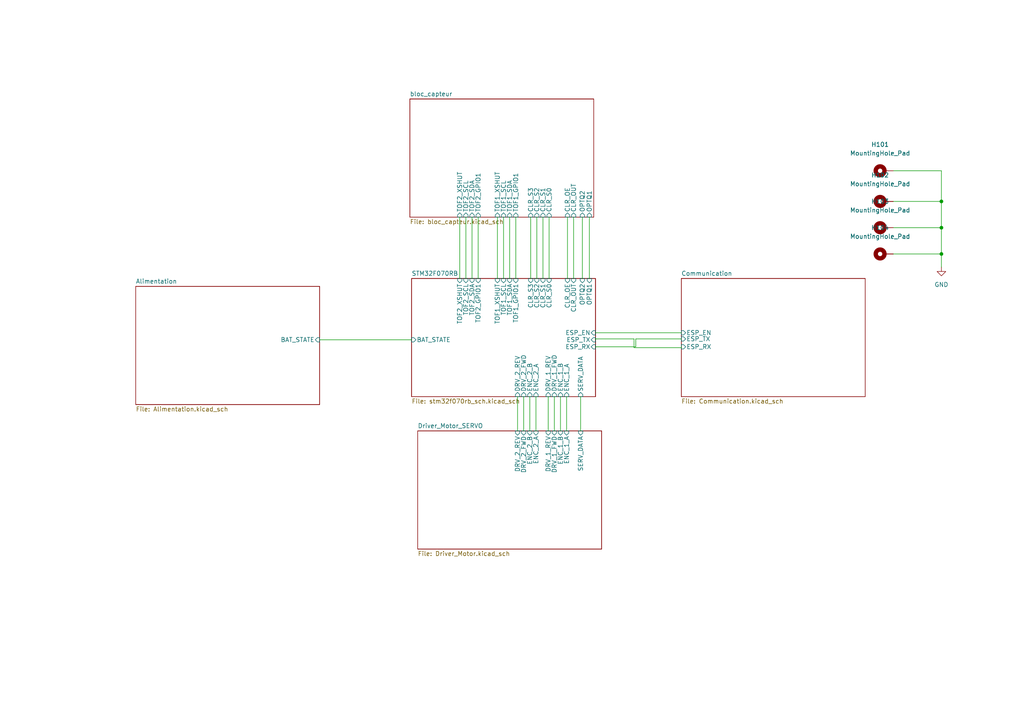
<source format=kicad_sch>
(kicad_sch (version 20211123) (generator eeschema)
  (paper "A4")
  (title_block (title "Projet Robot") (rev "1.0") (company "ENSEA"))
  (lib_symbols
    (symbol "Mechanical:MountingHole_Pad" (pin_numbers hide) (pin_names (offset 1.016) hide)
      (property "Reference" "H" (at 0 6.35 0))
      (property "Value" "MountingHole_Pad" (at 0 4.445 0))
      (symbol "MountingHole_Pad_0_1"
        (circle (center 0 1.27) (radius 1.27) (stroke (width 1.27)))
      )
      (symbol "MountingHole_Pad_1_1"
        (pin input line (at 0 -2.54 90) (length 2.54) (name "1") (number "1"))
      )
    )
    (symbol "power:GND" (power) (pin_names (offset 0))
      (property "Value" "GND" (at 0 -3.81 0))
      (symbol "GND_0_1"
        (polyline (pts (xy 0 0) (xy 0 -1.27) (xy 1.27 -1.27) (xy 0 -2.54) (xy -1.27 -1.27) (xy 0 -1.27)))
      )
      (symbol "GND_1_1"
        (pin power_in line (at 0 0 270) (length 0) hide (name "GND") (number "1"))
      )
    )
  )
  (junction (at 273.05 58.42))
  (junction (at 273.05 73.66))
  (junction (at 273.05 66.04))
  (wire (pts (xy 166.37 62.992) (xy 166.37 80.772)))
  (wire (pts (xy 172.72 96.52) (xy 197.612 96.52)))
  (wire (pts (xy 168.91 62.992) (xy 168.91 80.772)))
  (wire (pts (xy 184.404 98.298) (xy 197.612 98.298)))
  (wire (pts (xy 92.71 98.552) (xy 119.38 98.552)))
  (wire (pts (xy 259.08 49.53) (xy 273.05 49.53)))
  (wire (pts (xy 273.05 73.66) (xy 273.05 77.47)))
  (wire (pts (xy 170.942 62.992) (xy 170.942 80.772)))
  (wire (pts (xy 147.828 62.992) (xy 147.828 80.772)))
  (wire (pts (xy 273.05 58.42) (xy 273.05 66.04)))
  (wire (pts (xy 273.05 66.04) (xy 273.05 73.66)))
  (wire (pts (xy 164.338 115.062) (xy 164.338 124.968)))
  (wire (pts (xy 153.924 62.992) (xy 153.924 80.772)))
  (wire (pts (xy 160.782 115.062) (xy 160.782 124.968)))
  (wire (pts (xy 183.896 100.838) (xy 197.612 100.838)))
  (wire (pts (xy 273.05 49.53) (xy 273.05 58.42)))
  (wire (pts (xy 197.612 100.838) (xy 197.612 100.584)))
  (wire (pts (xy 153.67 115.062) (xy 153.67 124.968)))
  (wire (pts (xy 183.896 98.298) (xy 183.896 100.838)))
  (wire (pts (xy 172.72 98.298) (xy 183.896 98.298)))
  (wire (pts (xy 162.56 115.062) (xy 162.56 124.968)))
  (wire (pts (xy 136.906 62.992) (xy 136.906 80.772)))
  (wire (pts (xy 151.892 115.062) (xy 151.892 124.968)))
  (wire (pts (xy 146.05 62.992) (xy 146.05 80.772)))
  (wire (pts (xy 164.592 62.992) (xy 164.592 80.772)))
  (wire (pts (xy 155.448 115.062) (xy 155.448 124.968)))
  (wire (pts (xy 259.08 66.04) (xy 273.05 66.04)))
  (wire (pts (xy 150.114 115.062) (xy 150.114 124.968)))
  (wire (pts (xy 138.684 62.992) (xy 138.684 80.772)))
  (wire (pts (xy 172.72 98.298) (xy 172.72 98.552)))
  (wire (pts (xy 172.72 100.584) (xy 184.404 100.584)))
  (wire (pts (xy 155.702 62.992) (xy 155.702 80.772)))
  (wire (pts (xy 259.08 58.42) (xy 273.05 58.42)))
  (wire (pts (xy 157.48 62.992) (xy 157.48 80.772)))
  (wire (pts (xy 159.004 115.062) (xy 159.004 124.968)))
  (wire (pts (xy 133.35 62.992) (xy 133.35 80.772)))
  (wire (pts (xy 259.08 73.66) (xy 273.05 73.66)))
  (wire (pts (xy 144.272 62.992) (xy 144.272 80.772)))
  (wire (pts (xy 168.402 115.062) (xy 168.402 124.968)))
  (wire (pts (xy 159.258 62.992) (xy 159.258 80.772)))
  (wire (pts (xy 135.128 62.992) (xy 135.128 80.772)))
  (wire (pts (xy 149.606 62.992) (xy 149.606 80.772)))
  (wire (pts (xy 184.404 100.584) (xy 184.404 98.298)))
  (symbol (lib_id "power:GND") (at 273.05 77.47 0) (unit 1)
    (property "Reference" "#PWR0101" (effects hide))
    (property "Value" "GND" (at 273.05 82.55 0))
  )
  (symbol (lib_id "Mechanical:MountingHole_Pad") (at 256.54 49.53 90) (unit 1)
    (property "Reference" "H101" (at 255.27 41.91 90))
    (property "Value" "MountingHole_Pad" (at 255.27 44.45 90))
    (property "Footprint" "MountingHole:MountingHole_3.2mm_M3_Pad_Via" (effects hide))
  )
  (symbol (lib_id "Mechanical:MountingHole_Pad") (at 256.54 66.04 90) (unit 1)
    (property "Reference" "H103" (at 255.27 58.42 90))
    (property "Value" "MountingHole_Pad" (at 255.27 60.96 90))
    (property "Footprint" "MountingHole:MountingHole_3.2mm_M3_Pad_Via" (effects hide))
  )
  (symbol (lib_id "Mechanical:MountingHole_Pad") (at 256.54 73.66 90) (unit 1)
    (property "Reference" "H104" (at 255.27 66.04 90))
    (property "Value" "MountingHole_Pad" (at 255.27 68.58 90))
    (property "Footprint" "MountingHole:MountingHole_3.2mm_M3_Pad_Via" (effects hide))
  )
  (symbol (lib_id "Mechanical:MountingHole_Pad") (at 256.54 58.42 90) (unit 1)
    (property "Reference" "H102" (at 255.27 50.8 90))
    (property "Value" "MountingHole_Pad" (at 255.27 53.34 90))
    (property "Footprint" "MountingHole:MountingHole_3.2mm_M3_Pad_Via" (effects hide))
  )
  (sheet (at 119.38 80.772) (size 53.34 34.29) (stroke (width 0.1524))
    (property "Sheet name" "STM32F070RB" (at 119.38 80.0604 0) (effects (justify left bottom)))
    (property "Sheet file" "stm32f070rb_sch.kicad_sch" (at 119.38 115.6466 0) (effects (justify left top)))
    (pin "SERV_DATA" input (at 168.402 115.062 270))
    (pin "OPTQ1" input (at 170.942 80.772 90))
    (pin "CLR_S3" input (at 153.924 80.772 90))
    (pin "CLR_OE" input (at 164.592 80.772 90))
    (pin "ENC_2_B" input (at 153.67 115.062 270))
    (pin "ENC_2_A" input (at 155.448 115.062 270))
    (pin "TOF1_GPIO1" input (at 149.606 80.772 90))
    (pin "CLR_S2" input (at 155.702 80.772 90))
    (pin "CLR_OUT" input (at 166.37 80.772 90))
    (pin "DRV_2_FWD" input (at 151.892 115.062 270))
    (pin "CLR_S0" input (at 159.258 80.772 90))
    (pin "CLR_S1" input (at 157.48 80.772 90))
    (pin "BAT_STATE" input (at 119.38 98.552 180))
    (pin "ESP_EN" input (at 172.72 96.52 0))
    (pin "ESP_TX" input (at 172.72 98.552 0))
    (pin "OPTQ2" input (at 168.91 80.772 90))
    (pin "ESP_RX" input (at 172.72 100.584 0))
    (pin "ENC_1_A" input (at 164.338 115.062 270))
    (pin "ENC_1_B" input (at 162.56 115.062 270))
    (pin "DRV_2_REV" input (at 150.114 115.062 270))
    (pin "TOF1_XSHUT" input (at 144.272 80.772 90))
    (pin "TOF2_SDA" input (at 136.906 80.772 90))
    (pin "TOF2_SCL" input (at 135.128 80.772 90))
    (pin "TOF2_XSHUT" input (at 133.35 80.772 90))
    (pin "TOF1_SCL" input (at 146.05 80.772 90))
    (pin "TOF1_SDA" input (at 147.828 80.772 90))
    (pin "TOF2_GPIO1" input (at 138.684 80.772 90))
    (pin "DRV_1_FWD" input (at 160.782 115.062 270))
    (pin "DRV_1_REV" input (at 159.004 115.062 270))
  )
  (sheet (at 39.37 83.058) (size 53.34 34.29) (stroke (width 0.1524))
    (property "Sheet name" "Alimentation" (at 39.37 82.3464 0) (effects (justify left bottom)))
    (property "Sheet file" "Alimentation.kicad_sch" (at 39.37 117.9326 0) (effects (justify left top)))
    (pin "BAT_STATE" input (at 92.71 98.552 0))
  )
  (sheet (at 118.872 28.702) (size 53.34 34.29) (stroke (width 0.1524))
    (property "Sheet name" "bloc_capteur" (at 118.872 27.9904 0) (effects (justify left bottom)))
    (property "Sheet file" "bloc_capteur.kicad_sch" (at 118.872 63.5766 0) (effects (justify left top)))
    (pin "OPTQ2" input (at 168.91 62.992 270))
    (pin "CLR_OE" input (at 164.592 62.992 270))
    (pin "CLR_S3" input (at 153.924 62.992 270))
    (pin "CLR_OUT" input (at 166.37 62.992 270))
    (pin "CLR_S0" input (at 159.258 62.992 270))
    (pin "CLR_S2" input (at 155.702 62.992 270))
    (pin "CLR_S1" input (at 157.48 62.992 270))
    (pin "OPTQ1" input (at 170.942 62.992 270))
    (pin "TOF2_XSHUT" input (at 133.35 62.992 270))
    (pin "TOF2_GPIO1" input (at 138.684 62.992 270))
    (pin "TOF2_SCL" input (at 135.128 62.992 270))
    (pin "TOF2_SDA" input (at 136.906 62.992 270))
    (pin "TOF1_GPIO1" input (at 149.606 62.992 270))
    (pin "TOF1_SDA" input (at 147.828 62.992 270))
    (pin "TOF1_XSHUT" input (at 144.272 62.992 270))
    (pin "TOF1_SCL" input (at 146.05 62.992 270))
  )
  (sheet (at 121.158 124.968) (size 53.34 34.29) (stroke (width 0.1524))
    (property "Sheet name" "Driver_Motor_SERVO" (at 121.158 124.2564 0) (effects (justify left bottom)))
    (property "Sheet file" "Driver_Motor.kicad_sch" (at 121.158 159.8426 0) (effects (justify left top)))
    (pin "DRV_2_FWD" input (at 151.892 124.968 90))
    (pin "DRV_2_REV" input (at 150.114 124.968 90))
    (pin "DRV_1_REV" input (at 159.004 124.968 90))
    (pin "DRV_1_FWD" input (at 160.782 124.968 90))
    (pin "ENC_2_A" input (at 155.448 124.968 90))
    (pin "ENC_2_B" input (at 153.67 124.968 90))
    (pin "ENC_1_A" input (at 164.338 124.968 90))
    (pin "ENC_1_B" input (at 162.56 124.968 90))
    (pin "SERV_DATA" input (at 168.402 124.968 90))
  )
  (sheet (at 197.612 80.772) (size 53.34 34.29) (stroke (width 0.1524))
    (property "Sheet name" "Communication" (at 197.612 80.0604 0) (effects (justify left bottom)))
    (property "Sheet file" "Communication.kicad_sch" (at 197.612 115.6466 0) (effects (justify left top)))
    (pin "ESP_TX" input (at 197.612 98.298 180))
    (pin "ESP_RX" input (at 197.612 100.584 180))
    (pin "ESP_EN" input (at 197.612 96.52 180))
  )
)
</source>
